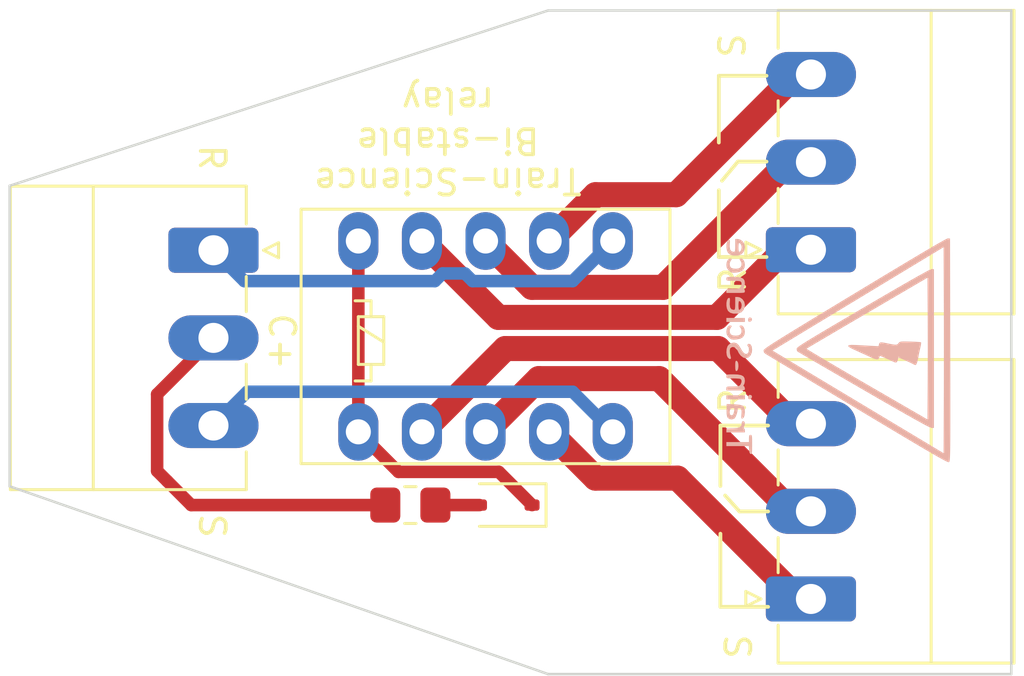
<source format=kicad_pcb>
(kicad_pcb (version 20240108) (generator "pcbnew") (generator_version "8.0")
  (layers (0 "F.Cu" signal) (31 "B.Cu" signal) (34 "B.Paste" user) (35 "F.Paste" user) (36 "B.SilkS" user "B.Silkscreen") (37 "F.SilkS" user "F.Silkscreen") (38 "B.Mask" user) (39 "F.Mask" user) (44 "Edge.Cuts" user))
  (net 0 "")
  (net 1 "Net-(D101-A)")
  (net 2 "Net-(D101-K)")
  (net 3 "Net-(J101-Pin_3)")
  (net 4 "Net-(J101-Pin_1)")
  (net 5 "Net-(J101-Pin_2)")
  (net 6 "Net-(J102-Pin_2)")
  (net 7 "Net-(J102-Pin_1)")
  (net 8 "Net-(J102-Pin_3)")
  (net 9 "Net-(J103-Pin_3)")
  (net 10 "Net-(J103-Pin_2)")
  (net 11 "Net-(J103-Pin_1)")
  (footprint "MountingHole:MountingHole_3.2mm_M3" (layer "F.Cu") (at 152 98.5)
    (property "Reference" "REF**" (hide yes))
    (property "Value" "MountingHole_3.2mm_M3")
    (pad "" np_thru_hole circle (at 0 0) (size 3.2 3.2) (drill 3.2) (layers "*.Cu" "*.Mask"))
  )
  (footprint "Connector_Phoenix_MC:PhoenixContact_MC_1,5_3-G-3.5_1x03_P3.50mm_Horizontal" (layer "F.Cu") (at 159 99 90)
    (property "Reference" "J102" (hide yes))
    (property "Value" "Screw_Terminal_01x03")
    (fp_line (start 0.3 -2.6) (end 0 -2) (stroke (width 0.12)) (layer "F.SilkS"))
    (fp_line (start -0.3 -2.6) (end 0.3 -2.6) (stroke (width 0.12)) (layer "F.SilkS"))
    (fp_line (start 0 -2) (end -0.3 -2.6) (stroke (width 0.12)) (layer "F.SilkS"))
    (fp_line (start 9.56 -1.31) (end 8.05 -1.31) (stroke (width 0.12)) (layer "F.SilkS"))
    (fp_line (start 4.55 -1.31) (end 5.95 -1.31) (stroke (width 0.12)) (layer "F.SilkS"))
    (fp_line (start 1.05 -1.31) (end 2.45 -1.31) (stroke (width 0.12)) (layer "F.SilkS"))
    (fp_line (start -2.56 -1.31) (end -1.05 -1.31) (stroke (width 0.12)) (layer "F.SilkS"))
    (fp_line (start -2.56 -1.31) (end -2.56 8.11) (stroke (width 0.12)) (layer "F.SilkS"))
    (fp_line (start -2.56 4.8) (end 9.56 4.8) (stroke (width 0.12)) (layer "F.SilkS"))
    (fp_line (start 9.56 8.11) (end 9.56 -1.31) (stroke (width 0.12)) (layer "F.SilkS"))
    (fp_line (start -2.56 8.11) (end 9.56 8.11) (stroke (width 0.12)) (layer "F.SilkS"))
    (pad "1" thru_hole roundrect (at 0 0 90) (size 1.8 3.6) (drill 1.2) (layers "*.Cu" "*.Mask") (roundrect_rratio 0.138889) (net 7 "Net-(J102-Pin_1)"))
    (pad "2" thru_hole oval (at 3.5 0 90) (size 1.8 3.6) (drill 1.2) (layers "*.Cu" "*.Mask") (net 6 "Net-(J102-Pin_2)"))
    (pad "3" thru_hole oval (at 7 0 90) (size 1.8 3.6) (drill 1.2) (layers "*.Cu" "*.Mask") (net 8 "Net-(J102-Pin_3)"))
  )
  (footprint "custom_kicad_lib_sk:R_0805_handsolder-smalltext" (layer "F.Cu") (at 143.002 95.25 180)
    (property "Reference" "R101" (hide yes))
    (property "Value" "47R")
    (fp_line (start -0.227064 0.735) (end 0.227064 0.735) (stroke (width 0.12)) (layer "F.SilkS"))
    (fp_line (start -0.227064 -0.735) (end 0.227064 -0.735) (stroke (width 0.12)) (layer "F.SilkS"))
    (pad "1" smd roundrect (at -1 0 180) (size 1.2 1.4) (layers "F.Cu" "F.Paste" "F.Mask") (roundrect_rratio 0.208333) (net 1 "Net-(D101-A)"))
    (pad "2" smd roundrect (at 1 0 180) (size 1.2 1.4) (layers "F.Cu" "F.Paste" "F.Mask") (roundrect_rratio 0.208333) (net 5 "Net-(J101-Pin_2)"))
  )
  (footprint "Diode_SMD:D_SOD-323" (layer "F.Cu") (at 146.812 95.25 180)
    (property "Reference" "D101" (hide yes))
    (property "Value" "1N4148WS")
    (fp_line (start -1.61 0.85) (end 1.05 0.85) (stroke (width 0.12)) (layer "F.SilkS"))
    (fp_line (start -1.61 -0.85) (end 1.05 -0.85) (stroke (width 0.12)) (layer "F.SilkS"))
    (fp_line (start -1.61 -0.85) (end -1.61 0.85) (stroke (width 0.12)) (layer "F.SilkS"))
    (pad "1" smd roundrect (at -1.05 0 180) (size 0.6 0.45) (layers "F.Cu" "F.Paste" "F.Mask") (net 2 "Net-(D101-K)"))
    (pad "2" smd roundrect (at 1.05 0 180) (size 0.6 0.45) (layers "F.Cu" "F.Paste" "F.Mask") (net 1 "Net-(D101-A)"))
  )
  (footprint "Connector_Phoenix_MC:PhoenixContact_MC_1,5_3-G-3.5_1x03_P3.50mm_Horizontal" (layer "F.Cu") (at 159 85.055 90)
    (property "Reference" "J103" (hide yes))
    (property "Value" "Screw_Terminal_01x03")
    (fp_line (start 0.3 -2.6) (end 0 -2) (stroke (width 0.12)) (layer "F.SilkS"))
    (fp_line (start -0.3 -2.6) (end 0.3 -2.6) (stroke (width 0.12)) (layer "F.SilkS"))
    (fp_line (start 0 -2) (end -0.3 -2.6) (stroke (width 0.12)) (layer "F.SilkS"))
    (fp_line (start 9.56 -1.31) (end 8.05 -1.31) (stroke (width 0.12)) (layer "F.SilkS"))
    (fp_line (start 4.55 -1.31) (end 5.95 -1.31) (stroke (width 0.12)) (layer "F.SilkS"))
    (fp_line (start 1.05 -1.31) (end 2.45 -1.31) (stroke (width 0.12)) (layer "F.SilkS"))
    (fp_line (start -2.56 -1.31) (end -1.05 -1.31) (stroke (width 0.12)) (layer "F.SilkS"))
    (fp_line (start -2.56 -1.31) (end -2.56 8.11) (stroke (width 0.12)) (layer "F.SilkS"))
    (fp_line (start -2.56 4.8) (end 9.56 4.8) (stroke (width 0.12)) (layer "F.SilkS"))
    (fp_line (start 9.56 8.11) (end 9.56 -1.31) (stroke (width 0.12)) (layer "F.SilkS"))
    (fp_line (start -2.56 8.11) (end 9.56 8.11) (stroke (width 0.12)) (layer "F.SilkS"))
    (pad "1" thru_hole roundrect (at 0 0 90) (size 1.8 3.6) (drill 1.2) (layers "*.Cu" "*.Mask") (roundrect_rratio 0.138889) (net 11 "Net-(J103-Pin_1)"))
    (pad "2" thru_hole oval (at 3.5 0 90) (size 1.8 3.6) (drill 1.2) (layers "*.Cu" "*.Mask") (net 10 "Net-(J103-Pin_2)"))
    (pad "3" thru_hole oval (at 7 0 90) (size 1.8 3.6) (drill 1.2) (layers "*.Cu" "*.Mask") (net 9 "Net-(J103-Pin_3)"))
  )
  (footprint "Connector_Phoenix_MC:PhoenixContact_MC_1,5_3-G-3.5_1x03_P3.50mm_Horizontal" (layer "F.Cu") (at 135.1395 85.074 -90)
    (property "Reference" "J101" (hide yes))
    (property "Value" "Screw_Terminal_01x03")
    (fp_line (start -2.56 8.11) (end 9.56 8.11) (stroke (width 0.12)) (layer "F.SilkS"))
    (fp_line (start 9.56 8.11) (end 9.56 -1.31) (stroke (width 0.12)) (layer "F.SilkS"))
    (fp_line (start -2.56 4.8) (end 9.56 4.8) (stroke (width 0.12)) (layer "F.SilkS"))
    (fp_line (start -2.56 -1.31) (end -2.56 8.11) (stroke (width 0.12)) (layer "F.SilkS"))
    (fp_line (start -2.56 -1.31) (end -1.05 -1.31) (stroke (width 0.12)) (layer "F.SilkS"))
    (fp_line (start 1.05 -1.31) (end 2.45 -1.31) (stroke (width 0.12)) (layer "F.SilkS"))
    (fp_line (start 4.55 -1.31) (end 5.95 -1.31) (stroke (width 0.12)) (layer "F.SilkS"))
    (fp_line (start 9.56 -1.31) (end 8.05 -1.31) (stroke (width 0.12)) (layer "F.SilkS"))
    (fp_line (start 0 -2) (end -0.3 -2.6) (stroke (width 0.12)) (layer "F.SilkS"))
    (fp_line (start -0.3 -2.6) (end 0.3 -2.6) (stroke (width 0.12)) (layer "F.SilkS"))
    (fp_line (start 0.3 -2.6) (end 0 -2) (stroke (width 0.12)) (layer "F.SilkS"))
    (pad "1" thru_hole roundrect (at 0 0 270) (size 1.8 3.6) (drill 1.2) (layers "*.Cu" "*.Mask") (roundrect_rratio 0.138889) (net 4 "Net-(J101-Pin_1)"))
    (pad "2" thru_hole oval (at 3.5 0 270) (size 1.8 3.6) (drill 1.2) (layers "*.Cu" "*.Mask") (net 5 "Net-(J101-Pin_2)"))
    (pad "3" thru_hole oval (at 7 0 270) (size 1.8 3.6) (drill 1.2) (layers "*.Cu" "*.Mask") (net 3 "Net-(J101-Pin_3)"))
  )
  (footprint "Relay_THT:Relay_DPDT_FRT5" (layer "F.Cu") (at 140.925 92.325 90)
    (property "Reference" "K101" (hide yes))
    (property "Value" "AZ850P2-x")
    (fp_line (start 8.89 -2.286) (end 8.89 12.446) (stroke (width 0.12)) (layer "F.SilkS"))
    (fp_line (start -1.27 -2.286) (end 8.89 -2.286) (stroke (width 0.12)) (layer "F.SilkS"))
    (fp_line (start 5.232 -0.127) (end 5.232 0.508) (stroke (width 0.12)) (layer "F.SilkS"))
    (fp_line (start 2.032 -0.127) (end 2.032 0.508) (stroke (width 0.12)) (layer "F.SilkS"))
    (fp_line (start 4.597 0) (end 2.692 0) (stroke (width 0.12)) (layer "F.SilkS"))
    (fp_line (start 4.597 0) (end 4.597 1.016) (stroke (width 0.12)) (layer "F.SilkS"))
    (fp_line (start 4.216 0) (end 3.581 1.016) (stroke (width 0.12)) (layer "F.SilkS"))
    (fp_line (start 2.692 0) (end 2.692 1.016) (stroke (width 0.12)) (layer "F.SilkS"))
    (fp_line (start 5.232 0.508) (end 4.597 0.508) (stroke (width 0.12)) (layer "F.SilkS"))
    (fp_line (start 2.032 0.508) (end 2.692 0.508) (stroke (width 0.12)) (layer "F.SilkS"))
    (fp_line (start 2.692 1.016) (end 4.597 1.016) (stroke (width 0.12)) (layer "F.SilkS"))
    (fp_line (start 8.89 12.446) (end -1.27 12.446) (stroke (width 0.12)) (layer "F.SilkS"))
    (fp_line (start -1.27 12.446) (end -1.27 -2.286) (stroke (width 0.12)) (layer "F.SilkS"))
    (pad "1" thru_hole oval (at 0 0 90) (size 2.3 1.6) (drill 1) (layers "*.Cu" "*.Mask") (net 2 "Net-(D101-K)"))
    (pad "2" thru_hole oval (at 0 2.54 90) (size 2.3 1.6) (drill 1) (layers "*.Cu" "*.Mask") (net 8 "Net-(J102-Pin_3)"))
    (pad "3" thru_hole oval (at 0 5.08 90) (size 2.3 1.6) (drill 1) (layers "*.Cu" "*.Mask") (net 6 "Net-(J102-Pin_2)"))
    (pad "4" thru_hole oval (at 0 7.62 90) (size 2.3 1.6) (drill 1) (layers "*.Cu" "*.Mask") (net 7 "Net-(J102-Pin_1)"))
    (pad "5" thru_hole oval (at 0 10.16 90) (size 2.3 1.6) (drill 1) (layers "*.Cu" "*.Mask") (net 3 "Net-(J101-Pin_3)"))
    (pad "6" thru_hole oval (at 7.62 10.16 90) (size 2.3 1.6) (drill 1) (layers "*.Cu" "*.Mask") (net 4 "Net-(J101-Pin_1)"))
    (pad "7" thru_hole oval (at 7.62 7.62 90) (size 2.3 1.6) (drill 1) (layers "*.Cu" "*.Mask") (net 9 "Net-(J103-Pin_3)"))
    (pad "8" thru_hole oval (at 7.62 5.08 90) (size 2.3 1.6) (drill 1) (layers "*.Cu" "*.Mask") (net 10 "Net-(J103-Pin_2)"))
    (pad "9" thru_hole oval (at 7.62 2.54 90) (size 2.3 1.6) (drill 1) (layers "*.Cu" "*.Mask") (net 11 "Net-(J103-Pin_1)"))
    (pad "10" thru_hole oval (at 7.62 0 90) (size 2.3 1.6) (drill 1) (layers "*.Cu" "*.Mask") (net 2 "Net-(D101-K)"))
  )
  (footprint "MountingHole:MountingHole_3.2mm_M3" (layer "F.Cu") (at 152 79)
    (property "Reference" "REF**" (hide yes))
    (property "Value" "MountingHole_3.2mm_M3")
    (pad "" np_thru_hole circle (at 0 0) (size 3.2 3.2) (drill 3.2) (layers "F&B.Cu" "*.Mask"))
  )
  (footprint "custom_kicad_lib_sk:Train-Science logo small" (layer "B.Cu") (at 160 89 90)
    (property "Reference" "G***" (hide yes))
    (property "Value" "LOGO" (hide yes))
    (fp_poly (pts (xy 1.223321 -4.3782) (xy 1.062357 -4.3782) (xy 1.062357 -3.637769) (xy 1.223321 -3.637769)) (fill solid) (layer "B.SilkS"))
    (fp_poly (pts (xy -1.867174 -4.3782) (xy -2.028137 -4.3782) (xy -2.028137 -3.637769) (xy -1.867174 -3.637769)) (fill solid) (layer "B.SilkS"))
    (fp_poly (pts (xy 1.211443 -3.365565) (xy 1.235424 -3.397528) (xy 1.241537 -3.467248) (xy 1.192998 -3.5033) (xy 1.1387 -3.508999) (xy 1.079454 -3.497959) (xy 1.066286 -3.453786) (xy 1.068167 -3.436565) (xy 1.099438 -3.378361) (xy 1.155683 -3.352714)) (fill solid) (layer "B.SilkS"))
    (fp_poly (pts (xy -1.879051 -3.365565) (xy -1.85507 -3.397528) (xy -1.848957 -3.467248) (xy -1.897497 -3.5033) (xy -1.951794 -3.508999) (xy -2.01104 -3.497959) (xy -2.024208 -3.453786) (xy -2.022328 -3.436565) (xy -1.991057 -3.378361) (xy -1.934811 -3.352714)) (fill solid) (layer "B.SilkS"))
    (fp_poly (pts (xy -0.612737 -3.9006) (xy -0.533283 -3.922266) (xy -0.490713 -3.961014) (xy -0.488845 -3.967744) (xy -0.490951 -3.998166) (xy -0.520453 -4.01526) (xy -0.590351 -4.022672) (xy -0.689781 -4.024081) (xy -0.808268 -4.020841) (xy -0.874379 -4.009353) (xy -0.899883 -3.986965) (xy -0.901394 -3.976406) (xy -0.873403 -3.933919) (xy -0.802697 -3.906845) (xy -0.709175 -3.895599)) (fill solid) (layer "B.SilkS"))
    (fp_poly (pts (xy -3.20706 -3.649174) (xy -3.187072 -3.671095) (xy -3.167366 -3.687977) (xy -3.124803 -3.671095) (xy -3.032476 -3.639196) (xy -2.952967 -3.641074) (xy -2.904379 -3.674259) (xy -2.897338 -3.702155) (xy -2.912873 -3.749633) (xy -2.970283 -3.766013) (xy -2.992091 -3.76654) (xy -3.08017 -3.784752) (xy -3.139695 -3.843818) (xy -3.1741 -3.950385) (xy -3.18682 -4.1111) (xy -3.187072 -4.143919) (xy -3.188151 -4.264488) (xy -3.194538 -4.33444) (xy -3.210963 -4.367539) (xy -3.242154 -4.377549) (xy -3.267554 -4.3782) (xy -3.348035 -4.3782) (xy -3.348035 -3.637769) (xy -3.267554 -3.637769)) (fill solid) (layer "B.SilkS"))
    (fp_poly (pts (xy -3.669632 -3.34866) (xy -3.559722 -3.351709) (xy -3.492918 -3.358945) (xy -3.458582 -3.372129) (xy -3.446076 -3.393024) (xy -3.444613 -3.412421) (xy -3.454092 -3.452657) (xy -3.493451 -3.471683) (xy -3.579073 -3.476782) (xy -3.58948 -3.476806) (xy -3.734347 -3.476806) (xy -3.734347 -4.3782) (xy -3.89531 -4.3782) (xy -3.89531 -3.480334) (xy -4.047936 -3.470522) (xy -4.148526 -3.457408) (xy -4.198923 -3.431105) (xy -4.21126 -3.404373) (xy -4.210399 -3.380588) (xy -4.190335 -3.364589) (xy -4.140901 -3.354863) (xy -4.051928 -3.349892) (xy -3.91325 -3.348161) (xy -3.833286 -3.348036)) (fill solid) (layer "B.SilkS"))
    (fp_poly (pts (xy 3.456146 -3.654371) (xy 3.543105 -3.697368) (xy 3.592791 -3.756548) (xy 3.594178 -3.814197) (xy 3.572895 -3.852981) (xy 3.542199 -3.843557) (xy 3.513841 -3.819211) (xy 3.424501 -3.7745) (xy 3.322943 -3.773442) (xy 3.238538 -3.81626) (xy 3.237661 -3.817129) (xy 3.201357 -3.890078) (xy 3.187495 -3.994878) (xy 3.196074 -4.103032) (xy 3.227095 -4.186043) (xy 3.237661 -4.198841) (xy 3.321639 -4.242246) (xy 3.423161 -4.241772) (xy 3.512857 -4.197642) (xy 3.513841 -4.196759) (xy 3.559116 -4.162129) (xy 3.582547 -4.174932) (xy 3.594178 -4.201773) (xy 3.589623 -4.267108) (xy 3.534669 -4.324764) (xy 3.443265 -4.364981) (xy 3.341993 -4.3782) (xy 3.23693 -4.364144) (xy 3.150524 -4.312169) (xy 3.116435 -4.280323) (xy 3.06227 -4.220957) (xy 3.03476 -4.166703) (xy 3.027277 -4.094215) (xy 3.032787 -3.985733) (xy 3.063239 -3.823108) (xy 3.128926 -3.713042) (xy 3.232557 -3.652527) (xy 3.346264 -3.637769)) (fill solid) (layer "B.SilkS"))
    (fp_poly (pts (xy 0.784156 -3.654371) (xy 0.871115 -3.697368) (xy 0.920801 -3.756548) (xy 0.922188 -3.814197) (xy 0.900905 -3.852981) (xy 0.870209 -3.843557) (xy 0.841851 -3.819211) (xy 0.752511 -3.7745) (xy 0.650954 -3.773442) (xy 0.566548 -3.81626) (xy 0.565671 -3.817129) (xy 0.529974 -3.888454) (xy 0.515171 -3.998249) (xy 0.515082 -4.007985) (xy 0.527932 -4.119813) (xy 0.562192 -4.195116) (xy 0.565671 -4.198841) (xy 0.649649 -4.242246) (xy 0.751171 -4.241772) (xy 0.840868 -4.197642) (xy 0.841851 -4.196759) (xy 0.887126 -4.162129) (xy 0.910558 -4.174932) (xy 0.922188 -4.201773) (xy 0.917633 -4.267108) (xy 0.862679 -4.324764) (xy 0.771275 -4.364981) (xy 0.670003 -4.3782) (xy 0.56494 -4.364144) (xy 0.478534 -4.312169) (xy 0.444446 -4.280323) (xy 0.39028 -4.220957) (xy 0.36277 -4.166703) (xy 0.355287 -4.094215) (xy 0.360798 -3.985733) (xy 0.391249 -3.823108) (xy 0.456936 -3.713042) (xy 0.560567 -3.652527) (xy 0.674274 -3.637769)) (fill solid) (layer "B.SilkS"))
    (fp_poly (pts (xy -2.40532 -3.645768) (xy -2.326525 -3.67613) (xy -2.275297 -3.738404) (xy -2.245189 -3.842138) (xy -2.22975 -3.996881) (xy -2.226439 -4.069661) (xy -2.215488 -4.366149) (xy -2.45432 -4.371021) (xy -2.611055 -4.367821) (xy -2.715337 -4.349617) (xy -2.763052 -4.326932) (xy -2.817997 -4.253657) (xy -2.8318 -4.157537) (xy -2.826579 -4.141434) (xy -2.663371 -4.141434) (xy -2.661178 -4.198977) (xy -2.617211 -4.235887) (xy -2.541587 -4.248708) (xy -2.462907 -4.236034) (xy -2.420887 -4.210799) (xy -2.387663 -4.147033) (xy -2.382256 -4.110009) (xy -2.391113 -4.070273) (xy -2.429399 -4.05887) (xy -2.5002 -4.066989) (xy -2.611613 -4.096669) (xy -2.663371 -4.141434) (xy -2.826579 -4.141434) (xy -2.80241 -4.066887) (xy -2.783578 -4.04369) (xy -2.714915 -4.000608) (xy -2.611053 -3.960717) (xy -2.500848 -3.933723) (xy -2.438593 -3.927683) (xy -2.39073 -3.905832) (xy -2.389171 -3.848663) (xy -2.411779 -3.801951) (xy -2.44845 -3.775964) (xy -2.522247 -3.768689) (xy -2.620538 -3.77548) (xy -2.726931 -3.782973) (xy -2.782746 -3.776184) (xy -2.800575 -3.753278) (xy -2.80076 -3.74925) (xy -2.770723 -3.693209) (xy -2.685633 -3.655257) (xy -2.553023 -3.638364) (xy -2.518132 -3.637769)) (fill solid) (layer "B.SilkS"))
    (fp_poly (pts (xy 0.08045 -3.363771) (xy 0.163476 -3.40824) (xy 0.193154 -3.477335) (xy 0.193156 -3.477939) (xy 0.170182 -3.528914) (xy 0.121334 -3.539789) (xy 0.080482 -3.508999) (xy 0.032611 -3.483439) (xy -0.047363 -3.477888) (xy -0.130866 -3.490818) (xy -0.189325 -3.520703) (xy -0.191874 -3.52355) (xy -0.21804 -3.596183) (xy -0.180966 -3.673245) (xy -0.081544 -3.753443) (xy -0.004028 -3.796699) (xy 0.136108 -3.882305) (xy 0.216714 -3.971193) (xy 0.24249 -4.071135) (xy 0.223825 -4.173564) (xy 0.164082 -4.275535) (xy 0.095495 -4.330471) (xy -0.018443 -4.366535) (xy -0.150995 -4.376193) (xy -0.274362 -4.359597) (xy -0.346956 -4.328086) (xy -0.40363 -4.272052) (xy -0.419312 -4.22251) (xy -0.394108 -4.195068) (xy -0.346071 -4.199064) (xy -0.197064 -4.233359) (xy -0.075009 -4.242002) (xy 0.005829 -4.224264) (xy 0.015788 -4.217493) (xy 0.061853 -4.14537) (xy 0.055341 -4.062595) (xy 0.002818 -3.983964) (xy -0.089151 -3.924271) (xy -0.119083 -3.913566) (xy -0.188092 -3.877866) (xy -0.269912 -3.816568) (xy -0.288095 -3.800264) (xy -0.365715 -3.694707) (xy -0.385703 -3.587357) (xy -0.353625 -3.488715) (xy -0.27505 -3.409279) (xy -0.155545 -3.359551) (xy -0.048289 -3.348036)) (fill solid) (layer "B.SilkS"))
    (fp_poly (pts (xy 4.191957 -3.665419) (xy 4.293411 -3.737669) (xy 4.360573 -3.838471) (xy 4.3782 -3.925027) (xy 4.3782 -4.024081) (xy 4.120659 -4.024081) (xy 3.992123 -4.025517) (xy 3.915069 -4.031892) (xy 3.876617 -4.046313) (xy 3.86389 -4.071882) (xy 3.863118 -4.086167) (xy 3.886785 -4.17496) (xy 3.959423 -4.227168) (xy 4.083491 -4.244072) (xy 4.15906 -4.240295) (xy 4.267524 -4.233706) (xy 4.325375 -4.2403) (xy 4.345405 -4.262067) (xy 4.346008 -4.269376) (xy 4.317527 -4.321331) (xy 4.243324 -4.357024) (xy 4.140255 -4.375338) (xy 4.025174 -4.375154) (xy 3.91494 -4.355354) (xy 3.826407 -4.31482) (xy 3.813457 -4.304705) (xy 3.748327 -4.223779) (xy 3.71501 -4.110586) (xy 3.710957 -4.07989) (xy 3.714938 -3.908) (xy 3.730244 -3.869557) (xy 3.863118 -3.869557) (xy 3.892233 -3.883662) (xy 3.967337 -3.893017) (xy 4.040178 -3.895311) (xy 4.137154 -3.891076) (xy 4.201466 -3.880152) (xy 4.217237 -3.869557) (xy 4.188421 -3.814477) (xy 4.114915 -3.776712) (xy 4.040178 -3.76654) (xy 3.945509 -3.783306) (xy 3.880602 -3.826073) (xy 3.863118 -3.869557) (xy 3.730244 -3.869557) (xy 3.767799 -3.775233) (xy 3.866587 -3.685192) (xy 4.008349 -3.641482) (xy 4.073248 -3.637769)) (fill solid) (layer "B.SilkS"))
    (fp_poly (pts (xy 1.874086 -3.665419) (xy 1.97554 -3.737669) (xy 2.042702 -3.838471) (xy 2.06033 -3.925027) (xy 2.06033 -4.024081) (xy 1.802788 -4.024081) (xy 1.674253 -4.025517) (xy 1.597198 -4.031892) (xy 1.558746 -4.046313) (xy 1.54602 -4.071882) (xy 1.545247 -4.086167) (xy 1.568914 -4.17496) (xy 1.641552 -4.227168) (xy 1.76562 -4.244072) (xy 1.841189 -4.240295) (xy 1.949653 -4.233706) (xy 2.007504 -4.2403) (xy 2.027535 -4.262067) (xy 2.028137 -4.269376) (xy 1.999657 -4.321331) (xy 1.925454 -4.357024) (xy 1.822384 -4.375338) (xy 1.707304 -4.375154) (xy 1.597069 -4.355354) (xy 1.508536 -4.31482) (xy 1.495586 -4.304705) (xy 1.430456 -4.223779) (xy 1.397139 -4.110586) (xy 1.393087 -4.07989) (xy 1.397067 -3.908) (xy 1.412373 -3.869557) (xy 1.545247 -3.869557) (xy 1.574363 -3.883662) (xy 1.649466 -3.893017) (xy 1.722307 -3.895311) (xy 1.819283 -3.891076) (xy 1.883595 -3.880152) (xy 1.899366 -3.869557) (xy 1.87055 -3.814477) (xy 1.797044 -3.776712) (xy 1.722307 -3.76654) (xy 1.627639 -3.783306) (xy 1.562731 -3.826073) (xy 1.545247 -3.869557) (xy 1.412373 -3.869557) (xy 1.449928 -3.775233) (xy 1.548716 -3.685192) (xy 1.690478 -3.641482) (xy 1.755377 -3.637769)) (fill solid) (layer "B.SilkS"))
    (fp_poly (pts (xy 2.715567 -3.652213) (xy 2.788671 -3.700519) (xy 2.835175 -3.79015) (xy 2.859236 -3.928568) (xy 2.865146 -4.092808) (xy 2.86448 -4.228722) (xy 2.860137 -4.312734) (xy 2.848595 -4.357328) (xy 2.826334 -4.374987) (xy 2.789834 -4.378194) (xy 2.784664 -4.3782) (xy 2.744587 -4.375415) (xy 2.72067 -4.358257) (xy 2.708742 -4.313522) (xy 2.704637 -4.228007) (xy 2.704183 -4.123292) (xy 2.70181 -3.995739) (xy 2.69553 -3.889366) (xy 2.686599 -3.82384) (xy 2.684642 -3.817462) (xy 2.638586 -3.775444) (xy 2.56069 -3.771399) (xy 2.471162 -3.805399) (xy 2.453804 -3.816654) (xy 2.417528 -3.84892) (xy 2.396019 -3.893461) (xy 2.385541 -3.966262) (xy 2.382352 -4.083304) (xy 2.382256 -4.122485) (xy 2.381383 -4.249664) (xy 2.375999 -4.325642) (xy 2.361955 -4.363601) (xy 2.335101 -4.376724) (xy 2.301774 -4.3782) (xy 2.221293 -4.3782) (xy 2.221293 -4.007985) (xy 2.22168 -3.849262) (xy 2.224378 -3.743962) (xy 2.231689 -3.681124) (xy 2.245918 -3.649787) (xy 2.269368 -3.638988) (xy 2.299092 -3.637769) (xy 2.364561 -3.652507) (xy 2.391646 -3.67801) (xy 2.413142 -3.702107) (xy 2.449056 -3.67801) (xy 2.508105 -3.651219) (xy 2.597263 -3.63805) (xy 2.611707 -3.637769)) (fill solid) (layer "B.SilkS"))
    (fp_poly (pts (xy -1.179743 -3.652213) (xy -1.106639 -3.700519) (xy -1.060135 -3.79015) (xy -1.036075 -3.928568) (xy -1.030165 -4.092808) (xy -1.03083 -4.228722) (xy -1.035174 -4.312734) (xy -1.046716 -4.357328) (xy -1.068976 -4.374987) (xy -1.105476 -4.378194) (xy -1.110646 -4.3782) (xy -1.150723 -4.375415) (xy -1.174641 -4.358257) (xy -1.186568 -4.313522) (xy -1.190674 -4.228007) (xy -1.191128 -4.123292) (xy -1.193501 -3.995739) (xy -1.199781 -3.889366) (xy -1.208712 -3.82384) (xy -1.210669 -3.817462) (xy -1.256725 -3.775444) (xy -1.33462 -3.771399) (xy -1.424149 -3.805399) (xy -1.441506 -3.816654) (xy -1.477783 -3.84892) (xy -1.499291 -3.893461) (xy -1.50977 -3.966262) (xy -1.512958 -4.083304) (xy -1.513054 -4.122485) (xy -1.513927 -4.249664) (xy -1.519311 -4.325642) (xy -1.533355 -4.363601) (xy -1.560209 -4.376724) (xy -1.593536 -4.3782) (xy -1.674018 -4.3782) (xy -1.674018 -4.007985) (xy -1.67363 -3.849262) (xy -1.670933 -3.743962) (xy -1.663621 -3.681124) (xy -1.649392 -3.649787) (xy -1.625943 -3.638988) (xy -1.596219 -3.637769) (xy -1.53075 -3.652507) (xy -1.503665 -3.67801) (xy -1.482168 -3.702107) (xy -1.446255 -3.67801) (xy -1.387205 -3.651219) (xy -1.298048 -3.63805) (xy -1.283604 -3.637769)) (fill solid) (layer "B.SilkS"))
    (fp_poly (pts (xy 0.250482 3.398018) (xy 0.258312 3.360431) (xy 0.266207 3.271171) (xy 0.273323 3.142944) (xy 0.278815 2.988455) (xy 0.279494 2.961822) (xy 0.283147 2.79102) (xy 0.28333 2.672993) (xy 0.27842 2.596159) (xy 0.266793 2.548934) (xy 0.246824 2.519735) (xy 0.216889 2.496979) (xy 0.214047 2.495112) (xy 0.177374 2.463714) (xy 0.157846 2.420729) (xy 0.155167 2.353836) (xy 0.169042 2.250716) (xy 0.199173 2.099046) (xy 0.20399 2.076426) (xy 0.234196 1.927607) (xy 0.248081 1.829473) (xy 0.244797 1.770209) (xy 0.223496 1.738003) (xy 0.183328 1.721039) (xy 0.178383 1.719762) (xy 0.093995 1.698582) (xy 0.113104 1.340229) (xy 0.122361 1.168329) (xy 0.13182 0.9955) (xy 0.140114 0.846597) (xy 0.144094 0.776804) (xy 0.147732 0.616402) (xy 0.136399 0.518612) (xy 0.110043 0.48341) (xy 0.068612 0.510774) (xy 0.012053 0.600683) (xy -0.036281 0.70019) (xy -0.094889 0.829583) (xy -0.151819 0.955614) (xy -0.192615 1.046261) (xy -0.235959 1.142058) (xy -0.293724 1.268625) (xy -0.352412 1.396402) (xy -0.410483 1.535855) (xy -0.432862 1.630868) (xy -0.419591 1.690556) (xy -0.370712 1.724039) (xy -0.353957 1.729118) (xy -0.302087 1.746117) (xy -0.289734 1.754248) (xy -0.301976 1.787815) (xy -0.333966 1.863803) (xy -0.378601 1.966115) (xy -0.428778 2.078653) (xy -0.477393 2.185319) (xy -0.517132 2.269582) (xy -0.553917 2.350924) (xy -0.561542 2.396199) (xy -0.540994 2.426228) (xy -0.525165 2.438593) (xy -0.452176 2.472508) (xy -0.412351 2.478834) (xy -0.36338 2.484926) (xy -0.354119 2.492061) (xy -0.366789 2.526986) (xy -0.400137 2.60474) (xy -0.447168 2.710013) (xy -0.500888 2.827498) (xy -0.554304 2.941887) (xy -0.600421 3.037873) (xy -0.630486 3.096942) (xy -0.659596 3.160107) (xy -0.65177 3.193594) (xy -0.620583 3.213855) (xy -0.53333 3.246777) (xy -0.395236 3.27925) (xy -0.273637 3.301207) (xy -0.190498 3.31751) (xy -0.07335 3.34338) (xy 0.027233 3.367139) (xy 0.134416 3.389945) (xy 0.215087 3.40089)) (fill solid) (layer "B.SilkS"))
    (fp_poly (pts (xy 3.179239 3.830925) (xy 3.169077 3.796052) (xy 3.134748 3.721875) (xy 3.075339 3.60678) (xy 2.989941 3.449155) (xy 2.877641 3.24739) (xy 2.737526 2.999872) (xy 2.568687 2.704989) (xy 2.370211 2.361128) (xy 2.141187 1.966679) (xy 1.880703 1.52003) (xy 1.631778 1.09455) (xy 1.368647 0.645596) (xy 1.135907 0.249143) (xy 0.93161 -0.097982) (xy 0.753807 -0.398953) (xy 0.60055 -0.656942) (xy 0.469891 -0.875124) (xy 0.359881 -1.05667) (xy 0.268572 -1.204755) (xy 0.194014 -1.322552) (xy 0.134261 -1.413233) (xy 0.087362 -1.479973) (xy 0.051371 -1.525943) (xy 0.024337 -1.554318) (xy 0.004314 -1.568271) (xy -0.004969 -1.571019) (xy -0.078828 -1.563333) (xy -0.118283 -1.538827) (xy -0.138767 -1.505458) (xy -0.189191 -1.420294) (xy -0.267262 -1.287274) (xy -0.370688 -1.110339) (xy -0.497173 -0.893428) (xy -0.644426 -0.640482) (xy -0.810153 -0.355441) (xy -0.99206 -0.042244) (xy -1.187855 0.295169) (xy -1.395243 0.652857) (xy -1.611932 1.02688) (xy -1.660439 1.110646) (xy -1.943382 1.600038) (xy -2.194371 2.035755) (xy -2.414343 2.419476) (xy -2.604234 2.752877) (xy -2.764981 3.037634) (xy -2.89752 3.275425) (xy -3.002787 3.467927) (xy -3.081719 3.616816) (xy -3.100264 3.653866) (xy -2.831057 3.653866) (xy -1.427803 1.229825) (xy -1.217976 0.867944) (xy -1.017222 0.522838) (xy -0.827885 0.198474) (xy -0.652308 -0.101185) (xy -0.492836 -0.372174) (xy -0.351814 -0.61053) (xy -0.231586 -0.812287) (xy -0.134496 -0.973481) (xy -0.062889 -1.090149) (xy -0.019109 -1.158326) (xy -0.005551 -1.175218) (xy 0.013203 -1.145197) (xy 0.062076 -1.063637) (xy 0.138687 -0.934577) (xy 0.240658 -0.762061) (xy 0.365609 -0.55013) (xy 0.511161 -0.302826) (xy 0.674935 -0.02419) (xy 0.854552 0.281735) (xy 1.047632 0.610908) (xy 1.251797 0.959287) (xy 1.421346 1.248823) (xy 2.829247 3.653866) (xy 1.414623 3.662249) (xy 1.04211 3.663984) (xy 0.624153 3.665121) (xy 0.179691 3.665659) (xy -0.272337 3.665598) (xy -0.712992 3.664938) (xy -1.123334 3.663678) (xy -1.415529 3.662249) (xy -2.831057 3.653866) (xy -3.100264 3.653866) (xy -3.135253 3.723769) (xy -3.164325 3.790463) (xy -3.17064 3.814829) (xy -3.170976 3.911407) (xy 3.170976 3.911407)) (fill solid) (layer "B.SilkS"))
    (fp_poly (pts (xy -2.177236 4.566716) (xy -1.724771 4.566214) (xy -1.217326 4.565463) (xy -0.651718 4.564501) (xy -0.055144 4.563421) (xy 4.394297 4.55526) (xy 4.402412 4.474778) (xy 4.392766 4.444092) (xy 4.360546 4.377472) (xy 4.304831 4.273357) (xy 4.224701 4.130187) (xy 4.119236 3.9464) (xy 3.987517 3.720436) (xy 3.828623 3.450735) (xy 3.641634 3.135735) (xy 3.425631 2.773875) (xy 3.179692 2.363596) (xy 2.902899 1.903335) (xy 2.594331 1.391532) (xy 2.253068 0.826627) (xy 2.210681 0.756527) (xy 1.892208 0.230049) (xy 1.605234 -0.243951) (xy 1.348069 -0.66817) (xy 1.119028 -1.045302) (xy 0.916421 -1.378044) (xy 0.738561 -1.669091) (xy 0.583761 -1.921141) (xy 0.450332 -2.136888) (xy 0.336586 -2.319029) (xy 0.240836 -2.470259) (xy 0.161394 -2.593274) (xy 0.096573 -2.690771) (xy 0.044683 -2.765444) (xy 0.004038 -2.819991) (xy -0.02705 -2.857107) (xy -0.05027 -2.879488) (xy -0.067308 -2.88983) (xy -0.073048 -2.891234) (xy -0.156237 -2.877194) (xy -0.204854 -2.826849) (xy -0.227047 -2.790521) (xy -0.280348 -2.702298) (xy -0.362758 -2.565508) (xy -0.47228 -2.383476) (xy -0.606914 -2.159531) (xy -0.764662 -1.897) (xy -0.943527 -1.599208) (xy -1.141509 -1.269484) (xy -1.356611 -0.911155) (xy -1.586834 -0.527547) (xy -1.830181 -0.121988) (xy -2.084652 0.302196) (xy -2.348249 0.741676) (xy -2.411808 0.847656) (xy -2.72913 1.377004) (xy -3.014693 1.853894) (xy -3.270035 2.280976) (xy -3.496692 2.660897) (xy -3.696204 2.996307) (xy -3.870107 3.289854) (xy -4.01994 3.544188) (xy -4.147239 3.761957) (xy -4.253544 3.94581) (xy -4.340391 4.098397) (xy -4.409319 4.222366) (xy -4.449721 4.297718) (xy -4.178624 4.297718) (xy -0.08088 -2.532058) (xy 0.192957 -2.079549) (xy 0.247331 -1.989669) (xy 0.332405 -1.84901) (xy 0.445566 -1.661887) (xy 0.584205 -1.43262) (xy 0.74571 -1.165527) (xy 0.92747 -0.864926) (xy 1.126875 -0.535135) (xy 1.341313 -0.180472) (xy 1.568173 0.194744) (xy 1.804844 0.586196) (xy 2.048716 0.989564) (xy 2.257763 1.33534) (xy 4.048733 4.297718) (xy 1.992174 4.306003) (xy 1.548356 4.307468) (xy 1.05587 4.308526) (xy 0.530432 4.309176) (xy -0.012241 4.309419) (xy -0.556433 4.309254) (xy -1.086428 4.308682) (xy -1.58651 4.307702) (xy -2.040962 4.306315) (xy -2.121505 4.306003) (xy -4.178624 4.297718) (xy -4.449721 4.297718) (xy -4.461864 4.320365) (xy -4.499566 4.395045) (xy -4.523961 4.449053) (xy -4.536588 4.485039) (xy -4.538984 4.505651) (xy -4.537712 4.509683) (xy -4.531875 4.518362) (xy -4.522005 4.526181) (xy -4.504918 4.533179) (xy -4.47743 4.539392) (xy -4.436357 4.54486) (xy -4.378514 4.549621) (xy -4.300717 4.553712) (xy -4.199782 4.557172) (xy -4.072525 4.560039) (xy -3.915762 4.562352) (xy -3.726308 4.564148) (xy -3.50098 4.565466) (xy -3.236592 4.566343) (xy -2.929962 4.566818) (xy -2.577905 4.56693)) (fill solid) (layer "B.SilkS"))
  )
  (gr_line (start 155.321 85.344) (end 155.321 82.677) (stroke (width 0.15)) (layer "F.SilkS"))
  (gr_line (start 155.3845 94.488) (end 155.3845 92.075) (stroke (width 0.15)) (layer "F.SilkS"))
  (gr_line (start 157.226 85.344) (end 155.321 85.344) (stroke (width 0.15)) (layer "F.SilkS"))
  (gr_line (start 156.1465 95.504) (end 155.575 94.869) (stroke (width 0.15)) (layer "F.SilkS"))
  (gr_line (start 155.3845 99.314) (end 155.3845 96.393) (stroke (width 0.15)) (layer "F.SilkS"))
  (gr_line (start 157.2895 99.314) (end 155.3845 99.314) (stroke (width 0.15)) (layer "F.SilkS"))
  (gr_line (start 155.321 80.772) (end 155.321 78.105) (stroke (width 0.15)) (layer "F.SilkS"))
  (gr_line (start 157.2895 95.504) (end 156.1465 95.504) (stroke (width 0.15)) (layer "F.SilkS"))
  (gr_line (start 156.083 81.534) (end 155.448 82.296) (stroke (width 0.15)) (layer "F.SilkS"))
  (gr_line (start 157.226 81.534) (end 156.083 81.534) (stroke (width 0.15)) (layer "F.SilkS"))
  (gr_line (start 155.321 78.105) (end 157.226 78.105) (stroke (width 0.15)) (layer "F.SilkS"))
  (gr_line (start 155.3845 92.075) (end 157.2895 92.075) (stroke (width 0.15)) (layer "F.SilkS"))
  (gr_line (start 167 75.5) (end 167 102) (stroke (width 0.1)) (layer "Edge.Cuts"))
  (gr_line (start 167 102) (end 148.5 102) (stroke (width 0.1)) (layer "Edge.Cuts"))
  (gr_line (start 127 94.5) (end 127 82.5) (stroke (width 0.1)) (layer "Edge.Cuts"))
  (gr_line (start 127 82.5) (end 148.5 75.5) (stroke (width 0.1)) (layer "Edge.Cuts"))
  (gr_line (start 148.5 75.5) (end 167 75.5) (stroke (width 0.1)) (layer "Edge.Cuts"))
  (gr_line (start 127 94.5) (end 148.5 102) (stroke (width 0.1)) (layer "Edge.Cuts"))
  (gr_text "Train-Science\nBi-stable\nrelay" (at 144.5 78.5 180) (layer "F.SilkS") (effects (font (size 1 1)) (justify bottom)))
  (gr_text "S" (at 155.448 100.33 -90) (layer "F.SilkS") (effects (font (size 1 1)) (justify left bottom)))
  (gr_text "C+" (at 137.287 87.503 270) (layer "F.SilkS") (effects (font (size 1 1)) (justify left bottom)))
  (gr_text "S" (at 155.194 76.327 -90) (layer "F.SilkS") (effects (font (size 1 1)) (justify left bottom)))
  (gr_text "S" (at 134.5 95.504 -90) (layer "F.SilkS") (effects (font (size 1 1)) (justify left bottom)))
  (gr_text "R" (at 134.5 80.772 270) (layer "F.SilkS") (effects (font (size 1 1)) (justify left bottom)))
  (gr_text "R" (at 156.464 91.694 90) (layer "F.SilkS") (effects (font (size 1 1)) (justify left bottom)))
  (gr_text "R" (at 156.464 86.868 90) (layer "F.SilkS") (effects (font (size 1 1)) (justify left bottom)))
  (segment (start 145.762 95.25) (end 144.002 95.25) (width 0.5) (layer "F.Cu") (net 1))
  (segment (start 140.925 92.325) (end 140.925 84.705) (width 0.5) (layer "F.Cu") (net 2))
  (segment (start 140.925 92.425) (end 140.925 92.325) (width 0.5) (layer "F.Cu") (net 2))
  (segment (start 142.525 93.925) (end 146.537 93.925) (width 0.5) (layer "F.Cu") (net 2))
  (segment (start 146.537 93.925) (end 147.862 95.25) (width 0.5) (layer "F.Cu") (net 2))
  (segment (start 140.925 92.325) (end 142.525 93.925) (width 0.5) (layer "F.Cu") (net 2))
  (segment (start 135.1395 92.074) (end 136.4885 90.725) (width 0.5) (layer "B.Cu") (net 3))
  (segment (start 149.485 90.725) (end 151.085 92.325) (width 0.5) (layer "B.Cu") (net 3))
  (segment (start 136.4885 90.725) (end 149.485 90.725) (width 0.5) (layer "B.Cu") (net 3))
  (segment (start 149.485 86.305) (end 145.487233 86.305) (width 0.5) (layer "B.Cu") (net 4))
  (segment (start 143.982767 86.305) (end 136.3705 86.305) (width 0.5) (layer "B.Cu") (net 4))
  (segment (start 145.487233 86.305) (end 145.182233 86) (width 0.5) (layer "B.Cu") (net 4))
  (segment (start 145.182233 86) (end 144.287767 86) (width 0.5) (layer "B.Cu") (net 4))
  (segment (start 144.287767 86) (end 143.982767 86.305) (width 0.5) (layer "B.Cu") (net 4))
  (segment (start 151.085 84.705) (end 149.485 86.305) (width 0.5) (layer "B.Cu") (net 4))
  (segment (start 136.3705 86.305) (end 135.1395 85.074) (width 0.5) (layer "B.Cu") (net 4))
  (segment (start 132.8895 93.8895) (end 132.8895 90.824) (width 0.5) (layer "F.Cu") (net 5))
  (segment (start 142.002 95.25) (end 134.25 95.25) (width 0.5) (layer "F.Cu") (net 5))
  (segment (start 134.25 95.25) (end 133.292 94.292) (width 0.5) (layer "F.Cu") (net 5))
  (segment (start 132.8895 90.824) (end 135.1395 88.574) (width 0.5) (layer "F.Cu") (net 5))
  (segment (start 133.292 94.292) (end 132.8895 93.8895) (width 0.5) (layer "F.Cu") (net 5))
  (segment (start 158.238 95.5) (end 159 95.5) (width 1) (layer "F.Cu") (net 6))
  (segment (start 148.13 90.2) (end 152.938 90.2) (width 1) (layer "F.Cu") (net 6))
  (segment (start 146.005 92.325) (end 148.13 90.2) (width 1) (layer "F.Cu") (net 6))
  (segment (start 152.938 90.2) (end 158.238 95.5) (width 1) (layer "F.Cu") (net 6))
  (segment (start 148.545 92.325) (end 150.395 94.175) (width 1) (layer "F.Cu") (net 7))
  (segment (start 153.675 94.175) (end 158.5 99) (width 1) (layer "F.Cu") (net 7))
  (segment (start 158.5 99) (end 159 99) (width 1) (layer "F.Cu") (net 7))
  (segment (start 150.395 94.175) (end 153.675 94.175) (width 1) (layer "F.Cu") (net 7))
  (segment (start 159 92) (end 158.294 92) (width 1) (layer "F.Cu") (net 8))
  (segment (start 158.294 92) (end 155.294 89) (width 1) (layer "F.Cu") (net 8))
  (segment (start 146.79 89) (end 143.465 92.325) (width 1) (layer "F.Cu") (net 8))
  (segment (start 155.294 89) (end 146.79 89) (width 1) (layer "F.Cu") (net 8))
  (segment (start 148.545 84.705) (end 150.395 82.855) (width 1) (layer "F.Cu") (net 9))
  (segment (start 150.395 82.855) (end 153.619 82.855) (width 1) (layer "F.Cu") (net 9))
  (segment (start 153.619 82.855) (end 158.419 78.055) (width 1) (layer "F.Cu") (net 9))
  (segment (start 158.419 78.055) (end 159 78.055) (width 1) (layer "F.Cu") (net 9))
  (segment (start 159 81.555) (end 158.1 81.555) (width 1) (layer "F.Cu") (net 10))
  (segment (start 153.1 86.555) (end 147.855 86.555) (width 1) (layer "F.Cu") (net 10))
  (segment (start 147.855 86.555) (end 146.005 84.705) (width 1) (layer "F.Cu") (net 10))
  (segment (start 158.1 81.555) (end 153.1 86.555) (width 1) (layer "F.Cu") (net 10))
  (segment (start 155.245 87.755) (end 157.945 85.055) (width 1) (layer "F.Cu") (net 11))
  (segment (start 146.515 87.755) (end 155.245 87.755) (width 1) (layer "F.Cu") (net 11))
  (segment (start 157.945 85.055) (end 159 85.055) (width 1) (layer "F.Cu") (net 11))
  (segment (start 143.465 84.705) (end 146.515 87.755) (width 1) (layer "F.Cu") (net 11))
)
</source>
